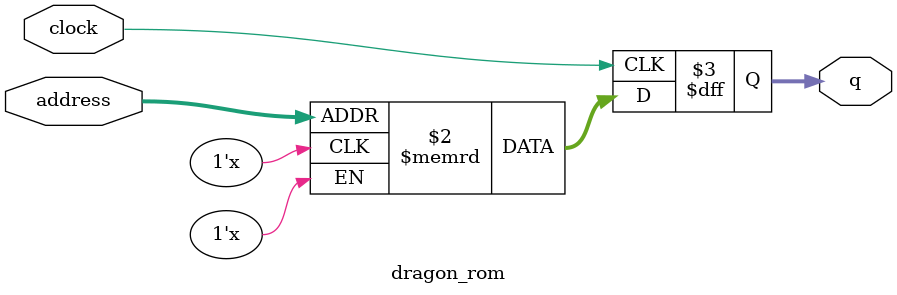
<source format=sv>
module dragon_rom (
	input logic clock,
	input logic [12:0] address,
	output logic [2:0] q
);

logic [2:0] memory [0:8099] /* synthesis ram_init_file = "./dragon/dragon.COE" */;

always_ff @ (posedge clock) begin
	q <= memory[address];
end

endmodule

</source>
